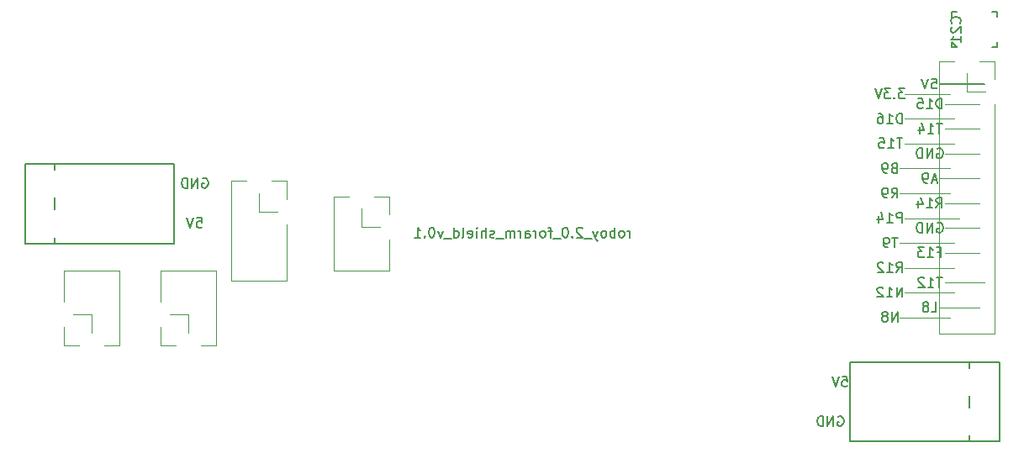
<source format=gbr>
G04 #@! TF.GenerationSoftware,KiCad,Pcbnew,5.1.2-f72e74a~84~ubuntu18.04.1*
G04 #@! TF.CreationDate,2019-08-10T16:00:54+02:00*
G04 #@! TF.ProjectId,roboy_2.0_forarm_shield,726f626f-795f-4322-9e30-5f666f726172,rev?*
G04 #@! TF.SameCoordinates,Original*
G04 #@! TF.FileFunction,Legend,Bot*
G04 #@! TF.FilePolarity,Positive*
%FSLAX46Y46*%
G04 Gerber Fmt 4.6, Leading zero omitted, Abs format (unit mm)*
G04 Created by KiCad (PCBNEW 5.1.2-f72e74a~84~ubuntu18.04.1) date 2019-08-10 16:00:54*
%MOMM*%
%LPD*%
G04 APERTURE LIST*
%ADD10C,0.120000*%
%ADD11C,0.150000*%
G04 APERTURE END LIST*
D10*
X181000000Y-96500000D02*
X186000000Y-96500000D01*
X185000000Y-95500000D02*
X189000000Y-95500000D01*
X181500000Y-94000000D02*
X186500000Y-94000000D01*
X185500000Y-93000000D02*
X189500000Y-93000000D01*
X181500000Y-91500000D02*
X186500000Y-91500000D01*
X185500000Y-90000000D02*
X189000000Y-90000000D01*
X181000000Y-89000000D02*
X186500000Y-89000000D01*
X185500000Y-87500000D02*
X189000000Y-87500000D01*
X181500000Y-86500000D02*
X187000000Y-86500000D01*
X185500000Y-85000000D02*
X189000000Y-85000000D01*
X181000000Y-84000000D02*
X186000000Y-84000000D01*
X185000000Y-82500000D02*
X189000000Y-82500000D01*
X181000000Y-81500000D02*
X186000000Y-81500000D01*
X185500000Y-80000000D02*
X189000000Y-80000000D01*
X181500000Y-79000000D02*
X186500000Y-79000000D01*
X185500000Y-77500000D02*
X189000000Y-77500000D01*
X181500000Y-76500000D02*
X186500000Y-76500000D01*
X185500000Y-75000000D02*
X189000000Y-75000000D01*
X181500000Y-74000000D02*
X186000000Y-74000000D01*
D11*
X185000000Y-73000000D02*
X189500000Y-73000000D01*
X180761904Y-96952380D02*
X180761904Y-95952380D01*
X180190476Y-96952380D01*
X180190476Y-95952380D01*
X179571428Y-96380952D02*
X179666666Y-96333333D01*
X179714285Y-96285714D01*
X179761904Y-96190476D01*
X179761904Y-96142857D01*
X179714285Y-96047619D01*
X179666666Y-96000000D01*
X179571428Y-95952380D01*
X179380952Y-95952380D01*
X179285714Y-96000000D01*
X179238095Y-96047619D01*
X179190476Y-96142857D01*
X179190476Y-96190476D01*
X179238095Y-96285714D01*
X179285714Y-96333333D01*
X179380952Y-96380952D01*
X179571428Y-96380952D01*
X179666666Y-96428571D01*
X179714285Y-96476190D01*
X179761904Y-96571428D01*
X179761904Y-96761904D01*
X179714285Y-96857142D01*
X179666666Y-96904761D01*
X179571428Y-96952380D01*
X179380952Y-96952380D01*
X179285714Y-96904761D01*
X179238095Y-96857142D01*
X179190476Y-96761904D01*
X179190476Y-96571428D01*
X179238095Y-96476190D01*
X179285714Y-96428571D01*
X179380952Y-96380952D01*
X184166666Y-95952380D02*
X184642857Y-95952380D01*
X184642857Y-94952380D01*
X183690476Y-95380952D02*
X183785714Y-95333333D01*
X183833333Y-95285714D01*
X183880952Y-95190476D01*
X183880952Y-95142857D01*
X183833333Y-95047619D01*
X183785714Y-95000000D01*
X183690476Y-94952380D01*
X183500000Y-94952380D01*
X183404761Y-95000000D01*
X183357142Y-95047619D01*
X183309523Y-95142857D01*
X183309523Y-95190476D01*
X183357142Y-95285714D01*
X183404761Y-95333333D01*
X183500000Y-95380952D01*
X183690476Y-95380952D01*
X183785714Y-95428571D01*
X183833333Y-95476190D01*
X183880952Y-95571428D01*
X183880952Y-95761904D01*
X183833333Y-95857142D01*
X183785714Y-95904761D01*
X183690476Y-95952380D01*
X183500000Y-95952380D01*
X183404761Y-95904761D01*
X183357142Y-95857142D01*
X183309523Y-95761904D01*
X183309523Y-95571428D01*
X183357142Y-95476190D01*
X183404761Y-95428571D01*
X183500000Y-95380952D01*
X181238095Y-94452380D02*
X181238095Y-93452380D01*
X180666666Y-94452380D01*
X180666666Y-93452380D01*
X179666666Y-94452380D02*
X180238095Y-94452380D01*
X179952380Y-94452380D02*
X179952380Y-93452380D01*
X180047619Y-93595238D01*
X180142857Y-93690476D01*
X180238095Y-93738095D01*
X179285714Y-93547619D02*
X179238095Y-93500000D01*
X179142857Y-93452380D01*
X178904761Y-93452380D01*
X178809523Y-93500000D01*
X178761904Y-93547619D01*
X178714285Y-93642857D01*
X178714285Y-93738095D01*
X178761904Y-93880952D01*
X179333333Y-94452380D01*
X178714285Y-94452380D01*
X185238095Y-92452380D02*
X184666666Y-92452380D01*
X184952380Y-93452380D02*
X184952380Y-92452380D01*
X183809523Y-93452380D02*
X184380952Y-93452380D01*
X184095238Y-93452380D02*
X184095238Y-92452380D01*
X184190476Y-92595238D01*
X184285714Y-92690476D01*
X184380952Y-92738095D01*
X183428571Y-92547619D02*
X183380952Y-92500000D01*
X183285714Y-92452380D01*
X183047619Y-92452380D01*
X182952380Y-92500000D01*
X182904761Y-92547619D01*
X182857142Y-92642857D01*
X182857142Y-92738095D01*
X182904761Y-92880952D01*
X183476190Y-93452380D01*
X182857142Y-93452380D01*
X180642857Y-91952380D02*
X180976190Y-91476190D01*
X181214285Y-91952380D02*
X181214285Y-90952380D01*
X180833333Y-90952380D01*
X180738095Y-91000000D01*
X180690476Y-91047619D01*
X180642857Y-91142857D01*
X180642857Y-91285714D01*
X180690476Y-91380952D01*
X180738095Y-91428571D01*
X180833333Y-91476190D01*
X181214285Y-91476190D01*
X179690476Y-91952380D02*
X180261904Y-91952380D01*
X179976190Y-91952380D02*
X179976190Y-90952380D01*
X180071428Y-91095238D01*
X180166666Y-91190476D01*
X180261904Y-91238095D01*
X179309523Y-91047619D02*
X179261904Y-91000000D01*
X179166666Y-90952380D01*
X178928571Y-90952380D01*
X178833333Y-91000000D01*
X178785714Y-91047619D01*
X178738095Y-91142857D01*
X178738095Y-91238095D01*
X178785714Y-91380952D01*
X179357142Y-91952380D01*
X178738095Y-91952380D01*
X184809523Y-89928571D02*
X185142857Y-89928571D01*
X185142857Y-90452380D02*
X185142857Y-89452380D01*
X184666666Y-89452380D01*
X183761904Y-90452380D02*
X184333333Y-90452380D01*
X184047619Y-90452380D02*
X184047619Y-89452380D01*
X184142857Y-89595238D01*
X184238095Y-89690476D01*
X184333333Y-89738095D01*
X183428571Y-89452380D02*
X182809523Y-89452380D01*
X183142857Y-89833333D01*
X183000000Y-89833333D01*
X182904761Y-89880952D01*
X182857142Y-89928571D01*
X182809523Y-90023809D01*
X182809523Y-90261904D01*
X182857142Y-90357142D01*
X182904761Y-90404761D01*
X183000000Y-90452380D01*
X183285714Y-90452380D01*
X183380952Y-90404761D01*
X183428571Y-90357142D01*
X180761904Y-88452380D02*
X180190476Y-88452380D01*
X180476190Y-89452380D02*
X180476190Y-88452380D01*
X179809523Y-89452380D02*
X179619047Y-89452380D01*
X179523809Y-89404761D01*
X179476190Y-89357142D01*
X179380952Y-89214285D01*
X179333333Y-89023809D01*
X179333333Y-88642857D01*
X179380952Y-88547619D01*
X179428571Y-88500000D01*
X179523809Y-88452380D01*
X179714285Y-88452380D01*
X179809523Y-88500000D01*
X179857142Y-88547619D01*
X179904761Y-88642857D01*
X179904761Y-88880952D01*
X179857142Y-88976190D01*
X179809523Y-89023809D01*
X179714285Y-89071428D01*
X179523809Y-89071428D01*
X179428571Y-89023809D01*
X179380952Y-88976190D01*
X179333333Y-88880952D01*
X184761904Y-87000000D02*
X184857142Y-86952380D01*
X185000000Y-86952380D01*
X185142857Y-87000000D01*
X185238095Y-87095238D01*
X185285714Y-87190476D01*
X185333333Y-87380952D01*
X185333333Y-87523809D01*
X185285714Y-87714285D01*
X185238095Y-87809523D01*
X185142857Y-87904761D01*
X185000000Y-87952380D01*
X184904761Y-87952380D01*
X184761904Y-87904761D01*
X184714285Y-87857142D01*
X184714285Y-87523809D01*
X184904761Y-87523809D01*
X184285714Y-87952380D02*
X184285714Y-86952380D01*
X183714285Y-87952380D01*
X183714285Y-86952380D01*
X183238095Y-87952380D02*
X183238095Y-86952380D01*
X183000000Y-86952380D01*
X182857142Y-87000000D01*
X182761904Y-87095238D01*
X182714285Y-87190476D01*
X182666666Y-87380952D01*
X182666666Y-87523809D01*
X182714285Y-87714285D01*
X182761904Y-87809523D01*
X182857142Y-87904761D01*
X183000000Y-87952380D01*
X183238095Y-87952380D01*
X181214285Y-86952380D02*
X181214285Y-85952380D01*
X180833333Y-85952380D01*
X180738095Y-86000000D01*
X180690476Y-86047619D01*
X180642857Y-86142857D01*
X180642857Y-86285714D01*
X180690476Y-86380952D01*
X180738095Y-86428571D01*
X180833333Y-86476190D01*
X181214285Y-86476190D01*
X179690476Y-86952380D02*
X180261904Y-86952380D01*
X179976190Y-86952380D02*
X179976190Y-85952380D01*
X180071428Y-86095238D01*
X180166666Y-86190476D01*
X180261904Y-86238095D01*
X178833333Y-86285714D02*
X178833333Y-86952380D01*
X179071428Y-85904761D02*
X179309523Y-86619047D01*
X178690476Y-86619047D01*
X184642857Y-85452380D02*
X184976190Y-84976190D01*
X185214285Y-85452380D02*
X185214285Y-84452380D01*
X184833333Y-84452380D01*
X184738095Y-84500000D01*
X184690476Y-84547619D01*
X184642857Y-84642857D01*
X184642857Y-84785714D01*
X184690476Y-84880952D01*
X184738095Y-84928571D01*
X184833333Y-84976190D01*
X185214285Y-84976190D01*
X183690476Y-85452380D02*
X184261904Y-85452380D01*
X183976190Y-85452380D02*
X183976190Y-84452380D01*
X184071428Y-84595238D01*
X184166666Y-84690476D01*
X184261904Y-84738095D01*
X182833333Y-84785714D02*
X182833333Y-85452380D01*
X183071428Y-84404761D02*
X183309523Y-85119047D01*
X182690476Y-85119047D01*
X180166666Y-84452380D02*
X180500000Y-83976190D01*
X180738095Y-84452380D02*
X180738095Y-83452380D01*
X180357142Y-83452380D01*
X180261904Y-83500000D01*
X180214285Y-83547619D01*
X180166666Y-83642857D01*
X180166666Y-83785714D01*
X180214285Y-83880952D01*
X180261904Y-83928571D01*
X180357142Y-83976190D01*
X180738095Y-83976190D01*
X179690476Y-84452380D02*
X179500000Y-84452380D01*
X179404761Y-84404761D01*
X179357142Y-84357142D01*
X179261904Y-84214285D01*
X179214285Y-84023809D01*
X179214285Y-83642857D01*
X179261904Y-83547619D01*
X179309523Y-83500000D01*
X179404761Y-83452380D01*
X179595238Y-83452380D01*
X179690476Y-83500000D01*
X179738095Y-83547619D01*
X179785714Y-83642857D01*
X179785714Y-83880952D01*
X179738095Y-83976190D01*
X179690476Y-84023809D01*
X179595238Y-84071428D01*
X179404761Y-84071428D01*
X179309523Y-84023809D01*
X179261904Y-83976190D01*
X179214285Y-83880952D01*
X184714285Y-82666666D02*
X184238095Y-82666666D01*
X184809523Y-82952380D02*
X184476190Y-81952380D01*
X184142857Y-82952380D01*
X183761904Y-82952380D02*
X183571428Y-82952380D01*
X183476190Y-82904761D01*
X183428571Y-82857142D01*
X183333333Y-82714285D01*
X183285714Y-82523809D01*
X183285714Y-82142857D01*
X183333333Y-82047619D01*
X183380952Y-82000000D01*
X183476190Y-81952380D01*
X183666666Y-81952380D01*
X183761904Y-82000000D01*
X183809523Y-82047619D01*
X183857142Y-82142857D01*
X183857142Y-82380952D01*
X183809523Y-82476190D01*
X183761904Y-82523809D01*
X183666666Y-82571428D01*
X183476190Y-82571428D01*
X183380952Y-82523809D01*
X183333333Y-82476190D01*
X183285714Y-82380952D01*
X180404761Y-81428571D02*
X180261904Y-81476190D01*
X180214285Y-81523809D01*
X180166666Y-81619047D01*
X180166666Y-81761904D01*
X180214285Y-81857142D01*
X180261904Y-81904761D01*
X180357142Y-81952380D01*
X180738095Y-81952380D01*
X180738095Y-80952380D01*
X180404761Y-80952380D01*
X180309523Y-81000000D01*
X180261904Y-81047619D01*
X180214285Y-81142857D01*
X180214285Y-81238095D01*
X180261904Y-81333333D01*
X180309523Y-81380952D01*
X180404761Y-81428571D01*
X180738095Y-81428571D01*
X179690476Y-81952380D02*
X179500000Y-81952380D01*
X179404761Y-81904761D01*
X179357142Y-81857142D01*
X179261904Y-81714285D01*
X179214285Y-81523809D01*
X179214285Y-81142857D01*
X179261904Y-81047619D01*
X179309523Y-81000000D01*
X179404761Y-80952380D01*
X179595238Y-80952380D01*
X179690476Y-81000000D01*
X179738095Y-81047619D01*
X179785714Y-81142857D01*
X179785714Y-81380952D01*
X179738095Y-81476190D01*
X179690476Y-81523809D01*
X179595238Y-81571428D01*
X179404761Y-81571428D01*
X179309523Y-81523809D01*
X179261904Y-81476190D01*
X179214285Y-81380952D01*
X184761904Y-79500000D02*
X184857142Y-79452380D01*
X185000000Y-79452380D01*
X185142857Y-79500000D01*
X185238095Y-79595238D01*
X185285714Y-79690476D01*
X185333333Y-79880952D01*
X185333333Y-80023809D01*
X185285714Y-80214285D01*
X185238095Y-80309523D01*
X185142857Y-80404761D01*
X185000000Y-80452380D01*
X184904761Y-80452380D01*
X184761904Y-80404761D01*
X184714285Y-80357142D01*
X184714285Y-80023809D01*
X184904761Y-80023809D01*
X184285714Y-80452380D02*
X184285714Y-79452380D01*
X183714285Y-80452380D01*
X183714285Y-79452380D01*
X183238095Y-80452380D02*
X183238095Y-79452380D01*
X183000000Y-79452380D01*
X182857142Y-79500000D01*
X182761904Y-79595238D01*
X182714285Y-79690476D01*
X182666666Y-79880952D01*
X182666666Y-80023809D01*
X182714285Y-80214285D01*
X182761904Y-80309523D01*
X182857142Y-80404761D01*
X183000000Y-80452380D01*
X183238095Y-80452380D01*
X181238095Y-78452380D02*
X180666666Y-78452380D01*
X180952380Y-79452380D02*
X180952380Y-78452380D01*
X179809523Y-79452380D02*
X180380952Y-79452380D01*
X180095238Y-79452380D02*
X180095238Y-78452380D01*
X180190476Y-78595238D01*
X180285714Y-78690476D01*
X180380952Y-78738095D01*
X178904761Y-78452380D02*
X179380952Y-78452380D01*
X179428571Y-78928571D01*
X179380952Y-78880952D01*
X179285714Y-78833333D01*
X179047619Y-78833333D01*
X178952380Y-78880952D01*
X178904761Y-78928571D01*
X178857142Y-79023809D01*
X178857142Y-79261904D01*
X178904761Y-79357142D01*
X178952380Y-79404761D01*
X179047619Y-79452380D01*
X179285714Y-79452380D01*
X179380952Y-79404761D01*
X179428571Y-79357142D01*
X185238095Y-76952380D02*
X184666666Y-76952380D01*
X184952380Y-77952380D02*
X184952380Y-76952380D01*
X183809523Y-77952380D02*
X184380952Y-77952380D01*
X184095238Y-77952380D02*
X184095238Y-76952380D01*
X184190476Y-77095238D01*
X184285714Y-77190476D01*
X184380952Y-77238095D01*
X182952380Y-77285714D02*
X182952380Y-77952380D01*
X183190476Y-76904761D02*
X183428571Y-77619047D01*
X182809523Y-77619047D01*
X181214285Y-76952380D02*
X181214285Y-75952380D01*
X180976190Y-75952380D01*
X180833333Y-76000000D01*
X180738095Y-76095238D01*
X180690476Y-76190476D01*
X180642857Y-76380952D01*
X180642857Y-76523809D01*
X180690476Y-76714285D01*
X180738095Y-76809523D01*
X180833333Y-76904761D01*
X180976190Y-76952380D01*
X181214285Y-76952380D01*
X179690476Y-76952380D02*
X180261904Y-76952380D01*
X179976190Y-76952380D02*
X179976190Y-75952380D01*
X180071428Y-76095238D01*
X180166666Y-76190476D01*
X180261904Y-76238095D01*
X178833333Y-75952380D02*
X179023809Y-75952380D01*
X179119047Y-76000000D01*
X179166666Y-76047619D01*
X179261904Y-76190476D01*
X179309523Y-76380952D01*
X179309523Y-76761904D01*
X179261904Y-76857142D01*
X179214285Y-76904761D01*
X179119047Y-76952380D01*
X178928571Y-76952380D01*
X178833333Y-76904761D01*
X178785714Y-76857142D01*
X178738095Y-76761904D01*
X178738095Y-76523809D01*
X178785714Y-76428571D01*
X178833333Y-76380952D01*
X178928571Y-76333333D01*
X179119047Y-76333333D01*
X179214285Y-76380952D01*
X179261904Y-76428571D01*
X179309523Y-76523809D01*
X185214285Y-75452380D02*
X185214285Y-74452380D01*
X184976190Y-74452380D01*
X184833333Y-74500000D01*
X184738095Y-74595238D01*
X184690476Y-74690476D01*
X184642857Y-74880952D01*
X184642857Y-75023809D01*
X184690476Y-75214285D01*
X184738095Y-75309523D01*
X184833333Y-75404761D01*
X184976190Y-75452380D01*
X185214285Y-75452380D01*
X183690476Y-75452380D02*
X184261904Y-75452380D01*
X183976190Y-75452380D02*
X183976190Y-74452380D01*
X184071428Y-74595238D01*
X184166666Y-74690476D01*
X184261904Y-74738095D01*
X182785714Y-74452380D02*
X183261904Y-74452380D01*
X183309523Y-74928571D01*
X183261904Y-74880952D01*
X183166666Y-74833333D01*
X182928571Y-74833333D01*
X182833333Y-74880952D01*
X182785714Y-74928571D01*
X182738095Y-75023809D01*
X182738095Y-75261904D01*
X182785714Y-75357142D01*
X182833333Y-75404761D01*
X182928571Y-75452380D01*
X183166666Y-75452380D01*
X183261904Y-75404761D01*
X183309523Y-75357142D01*
X181476190Y-73452380D02*
X180857142Y-73452380D01*
X181190476Y-73833333D01*
X181047619Y-73833333D01*
X180952380Y-73880952D01*
X180904761Y-73928571D01*
X180857142Y-74023809D01*
X180857142Y-74261904D01*
X180904761Y-74357142D01*
X180952380Y-74404761D01*
X181047619Y-74452380D01*
X181333333Y-74452380D01*
X181428571Y-74404761D01*
X181476190Y-74357142D01*
X180428571Y-74357142D02*
X180380952Y-74404761D01*
X180428571Y-74452380D01*
X180476190Y-74404761D01*
X180428571Y-74357142D01*
X180428571Y-74452380D01*
X180047619Y-73452380D02*
X179428571Y-73452380D01*
X179761904Y-73833333D01*
X179619047Y-73833333D01*
X179523809Y-73880952D01*
X179476190Y-73928571D01*
X179428571Y-74023809D01*
X179428571Y-74261904D01*
X179476190Y-74357142D01*
X179523809Y-74404761D01*
X179619047Y-74452380D01*
X179904761Y-74452380D01*
X180000000Y-74404761D01*
X180047619Y-74357142D01*
X179142857Y-73452380D02*
X178809523Y-74452380D01*
X178476190Y-73452380D01*
X184190476Y-72452380D02*
X184666666Y-72452380D01*
X184714285Y-72928571D01*
X184666666Y-72880952D01*
X184571428Y-72833333D01*
X184333333Y-72833333D01*
X184238095Y-72880952D01*
X184190476Y-72928571D01*
X184142857Y-73023809D01*
X184142857Y-73261904D01*
X184190476Y-73357142D01*
X184238095Y-73404761D01*
X184333333Y-73452380D01*
X184571428Y-73452380D01*
X184666666Y-73404761D01*
X184714285Y-73357142D01*
X183857142Y-72452380D02*
X183523809Y-73452380D01*
X183190476Y-72452380D01*
X110190476Y-86452380D02*
X110666666Y-86452380D01*
X110714285Y-86928571D01*
X110666666Y-86880952D01*
X110571428Y-86833333D01*
X110333333Y-86833333D01*
X110238095Y-86880952D01*
X110190476Y-86928571D01*
X110142857Y-87023809D01*
X110142857Y-87261904D01*
X110190476Y-87357142D01*
X110238095Y-87404761D01*
X110333333Y-87452380D01*
X110571428Y-87452380D01*
X110666666Y-87404761D01*
X110714285Y-87357142D01*
X109857142Y-86452380D02*
X109523809Y-87452380D01*
X109190476Y-86452380D01*
X110761904Y-82500000D02*
X110857142Y-82452380D01*
X111000000Y-82452380D01*
X111142857Y-82500000D01*
X111238095Y-82595238D01*
X111285714Y-82690476D01*
X111333333Y-82880952D01*
X111333333Y-83023809D01*
X111285714Y-83214285D01*
X111238095Y-83309523D01*
X111142857Y-83404761D01*
X111000000Y-83452380D01*
X110904761Y-83452380D01*
X110761904Y-83404761D01*
X110714285Y-83357142D01*
X110714285Y-83023809D01*
X110904761Y-83023809D01*
X110285714Y-83452380D02*
X110285714Y-82452380D01*
X109714285Y-83452380D01*
X109714285Y-82452380D01*
X109238095Y-83452380D02*
X109238095Y-82452380D01*
X109000000Y-82452380D01*
X108857142Y-82500000D01*
X108761904Y-82595238D01*
X108714285Y-82690476D01*
X108666666Y-82880952D01*
X108666666Y-83023809D01*
X108714285Y-83214285D01*
X108761904Y-83309523D01*
X108857142Y-83404761D01*
X109000000Y-83452380D01*
X109238095Y-83452380D01*
X175190476Y-102452380D02*
X175666666Y-102452380D01*
X175714285Y-102928571D01*
X175666666Y-102880952D01*
X175571428Y-102833333D01*
X175333333Y-102833333D01*
X175238095Y-102880952D01*
X175190476Y-102928571D01*
X175142857Y-103023809D01*
X175142857Y-103261904D01*
X175190476Y-103357142D01*
X175238095Y-103404761D01*
X175333333Y-103452380D01*
X175571428Y-103452380D01*
X175666666Y-103404761D01*
X175714285Y-103357142D01*
X174857142Y-102452380D02*
X174523809Y-103452380D01*
X174190476Y-102452380D01*
X174761904Y-106500000D02*
X174857142Y-106452380D01*
X175000000Y-106452380D01*
X175142857Y-106500000D01*
X175238095Y-106595238D01*
X175285714Y-106690476D01*
X175333333Y-106880952D01*
X175333333Y-107023809D01*
X175285714Y-107214285D01*
X175238095Y-107309523D01*
X175142857Y-107404761D01*
X175000000Y-107452380D01*
X174904761Y-107452380D01*
X174761904Y-107404761D01*
X174714285Y-107357142D01*
X174714285Y-107023809D01*
X174904761Y-107023809D01*
X174285714Y-107452380D02*
X174285714Y-106452380D01*
X173714285Y-107452380D01*
X173714285Y-106452380D01*
X173238095Y-107452380D02*
X173238095Y-106452380D01*
X173000000Y-106452380D01*
X172857142Y-106500000D01*
X172761904Y-106595238D01*
X172714285Y-106690476D01*
X172666666Y-106880952D01*
X172666666Y-107023809D01*
X172714285Y-107214285D01*
X172761904Y-107309523D01*
X172857142Y-107404761D01*
X173000000Y-107452380D01*
X173238095Y-107452380D01*
X153809523Y-88452380D02*
X153809523Y-87785714D01*
X153809523Y-87976190D02*
X153761904Y-87880952D01*
X153714285Y-87833333D01*
X153619047Y-87785714D01*
X153523809Y-87785714D01*
X153047619Y-88452380D02*
X153142857Y-88404761D01*
X153190476Y-88357142D01*
X153238095Y-88261904D01*
X153238095Y-87976190D01*
X153190476Y-87880952D01*
X153142857Y-87833333D01*
X153047619Y-87785714D01*
X152904761Y-87785714D01*
X152809523Y-87833333D01*
X152761904Y-87880952D01*
X152714285Y-87976190D01*
X152714285Y-88261904D01*
X152761904Y-88357142D01*
X152809523Y-88404761D01*
X152904761Y-88452380D01*
X153047619Y-88452380D01*
X152285714Y-88452380D02*
X152285714Y-87452380D01*
X152285714Y-87833333D02*
X152190476Y-87785714D01*
X152000000Y-87785714D01*
X151904761Y-87833333D01*
X151857142Y-87880952D01*
X151809523Y-87976190D01*
X151809523Y-88261904D01*
X151857142Y-88357142D01*
X151904761Y-88404761D01*
X152000000Y-88452380D01*
X152190476Y-88452380D01*
X152285714Y-88404761D01*
X151238095Y-88452380D02*
X151333333Y-88404761D01*
X151380952Y-88357142D01*
X151428571Y-88261904D01*
X151428571Y-87976190D01*
X151380952Y-87880952D01*
X151333333Y-87833333D01*
X151238095Y-87785714D01*
X151095238Y-87785714D01*
X151000000Y-87833333D01*
X150952380Y-87880952D01*
X150904761Y-87976190D01*
X150904761Y-88261904D01*
X150952380Y-88357142D01*
X151000000Y-88404761D01*
X151095238Y-88452380D01*
X151238095Y-88452380D01*
X150571428Y-87785714D02*
X150333333Y-88452380D01*
X150095238Y-87785714D02*
X150333333Y-88452380D01*
X150428571Y-88690476D01*
X150476190Y-88738095D01*
X150571428Y-88785714D01*
X149952380Y-88547619D02*
X149190476Y-88547619D01*
X149000000Y-87547619D02*
X148952380Y-87500000D01*
X148857142Y-87452380D01*
X148619047Y-87452380D01*
X148523809Y-87500000D01*
X148476190Y-87547619D01*
X148428571Y-87642857D01*
X148428571Y-87738095D01*
X148476190Y-87880952D01*
X149047619Y-88452380D01*
X148428571Y-88452380D01*
X148000000Y-88357142D02*
X147952380Y-88404761D01*
X148000000Y-88452380D01*
X148047619Y-88404761D01*
X148000000Y-88357142D01*
X148000000Y-88452380D01*
X147333333Y-87452380D02*
X147238095Y-87452380D01*
X147142857Y-87500000D01*
X147095238Y-87547619D01*
X147047619Y-87642857D01*
X147000000Y-87833333D01*
X147000000Y-88071428D01*
X147047619Y-88261904D01*
X147095238Y-88357142D01*
X147142857Y-88404761D01*
X147238095Y-88452380D01*
X147333333Y-88452380D01*
X147428571Y-88404761D01*
X147476190Y-88357142D01*
X147523809Y-88261904D01*
X147571428Y-88071428D01*
X147571428Y-87833333D01*
X147523809Y-87642857D01*
X147476190Y-87547619D01*
X147428571Y-87500000D01*
X147333333Y-87452380D01*
X146809523Y-88547619D02*
X146047619Y-88547619D01*
X145952380Y-87785714D02*
X145571428Y-87785714D01*
X145809523Y-88452380D02*
X145809523Y-87595238D01*
X145761904Y-87500000D01*
X145666666Y-87452380D01*
X145571428Y-87452380D01*
X145095238Y-88452380D02*
X145190476Y-88404761D01*
X145238095Y-88357142D01*
X145285714Y-88261904D01*
X145285714Y-87976190D01*
X145238095Y-87880952D01*
X145190476Y-87833333D01*
X145095238Y-87785714D01*
X144952380Y-87785714D01*
X144857142Y-87833333D01*
X144809523Y-87880952D01*
X144761904Y-87976190D01*
X144761904Y-88261904D01*
X144809523Y-88357142D01*
X144857142Y-88404761D01*
X144952380Y-88452380D01*
X145095238Y-88452380D01*
X144333333Y-88452380D02*
X144333333Y-87785714D01*
X144333333Y-87976190D02*
X144285714Y-87880952D01*
X144238095Y-87833333D01*
X144142857Y-87785714D01*
X144047619Y-87785714D01*
X143285714Y-88452380D02*
X143285714Y-87928571D01*
X143333333Y-87833333D01*
X143428571Y-87785714D01*
X143619047Y-87785714D01*
X143714285Y-87833333D01*
X143285714Y-88404761D02*
X143380952Y-88452380D01*
X143619047Y-88452380D01*
X143714285Y-88404761D01*
X143761904Y-88309523D01*
X143761904Y-88214285D01*
X143714285Y-88119047D01*
X143619047Y-88071428D01*
X143380952Y-88071428D01*
X143285714Y-88023809D01*
X142809523Y-88452380D02*
X142809523Y-87785714D01*
X142809523Y-87976190D02*
X142761904Y-87880952D01*
X142714285Y-87833333D01*
X142619047Y-87785714D01*
X142523809Y-87785714D01*
X142190476Y-88452380D02*
X142190476Y-87785714D01*
X142190476Y-87880952D02*
X142142857Y-87833333D01*
X142047619Y-87785714D01*
X141904761Y-87785714D01*
X141809523Y-87833333D01*
X141761904Y-87928571D01*
X141761904Y-88452380D01*
X141761904Y-87928571D02*
X141714285Y-87833333D01*
X141619047Y-87785714D01*
X141476190Y-87785714D01*
X141380952Y-87833333D01*
X141333333Y-87928571D01*
X141333333Y-88452380D01*
X141095238Y-88547619D02*
X140333333Y-88547619D01*
X140142857Y-88404761D02*
X140047619Y-88452380D01*
X139857142Y-88452380D01*
X139761904Y-88404761D01*
X139714285Y-88309523D01*
X139714285Y-88261904D01*
X139761904Y-88166666D01*
X139857142Y-88119047D01*
X140000000Y-88119047D01*
X140095238Y-88071428D01*
X140142857Y-87976190D01*
X140142857Y-87928571D01*
X140095238Y-87833333D01*
X140000000Y-87785714D01*
X139857142Y-87785714D01*
X139761904Y-87833333D01*
X139285714Y-88452380D02*
X139285714Y-87452380D01*
X138857142Y-88452380D02*
X138857142Y-87928571D01*
X138904761Y-87833333D01*
X139000000Y-87785714D01*
X139142857Y-87785714D01*
X139238095Y-87833333D01*
X139285714Y-87880952D01*
X138380952Y-88452380D02*
X138380952Y-87785714D01*
X138380952Y-87452380D02*
X138428571Y-87500000D01*
X138380952Y-87547619D01*
X138333333Y-87500000D01*
X138380952Y-87452380D01*
X138380952Y-87547619D01*
X137523809Y-88404761D02*
X137619047Y-88452380D01*
X137809523Y-88452380D01*
X137904761Y-88404761D01*
X137952380Y-88309523D01*
X137952380Y-87928571D01*
X137904761Y-87833333D01*
X137809523Y-87785714D01*
X137619047Y-87785714D01*
X137523809Y-87833333D01*
X137476190Y-87928571D01*
X137476190Y-88023809D01*
X137952380Y-88119047D01*
X136904761Y-88452380D02*
X137000000Y-88404761D01*
X137047619Y-88309523D01*
X137047619Y-87452380D01*
X136095238Y-88452380D02*
X136095238Y-87452380D01*
X136095238Y-88404761D02*
X136190476Y-88452380D01*
X136380952Y-88452380D01*
X136476190Y-88404761D01*
X136523809Y-88357142D01*
X136571428Y-88261904D01*
X136571428Y-87976190D01*
X136523809Y-87880952D01*
X136476190Y-87833333D01*
X136380952Y-87785714D01*
X136190476Y-87785714D01*
X136095238Y-87833333D01*
X135857142Y-88547619D02*
X135095238Y-88547619D01*
X134952380Y-87785714D02*
X134714285Y-88452380D01*
X134476190Y-87785714D01*
X133904761Y-87452380D02*
X133809523Y-87452380D01*
X133714285Y-87500000D01*
X133666666Y-87547619D01*
X133619047Y-87642857D01*
X133571428Y-87833333D01*
X133571428Y-88071428D01*
X133619047Y-88261904D01*
X133666666Y-88357142D01*
X133714285Y-88404761D01*
X133809523Y-88452380D01*
X133904761Y-88452380D01*
X134000000Y-88404761D01*
X134047619Y-88357142D01*
X134095238Y-88261904D01*
X134142857Y-88071428D01*
X134142857Y-87833333D01*
X134095238Y-87642857D01*
X134047619Y-87547619D01*
X134000000Y-87500000D01*
X133904761Y-87452380D01*
X133142857Y-88357142D02*
X133095238Y-88404761D01*
X133142857Y-88452380D01*
X133190476Y-88404761D01*
X133142857Y-88357142D01*
X133142857Y-88452380D01*
X132142857Y-88452380D02*
X132714285Y-88452380D01*
X132428571Y-88452380D02*
X132428571Y-87452380D01*
X132523809Y-87595238D01*
X132619047Y-87690476D01*
X132714285Y-87738095D01*
D10*
X129550000Y-88685000D02*
X129550000Y-91800000D01*
X129550000Y-91800000D02*
X123950000Y-91800000D01*
X123950000Y-84300000D02*
X123950000Y-91800000D01*
X125480000Y-84300000D02*
X123950000Y-84300000D01*
X126750000Y-85545000D02*
X126750000Y-87415000D01*
X126750000Y-87415000D02*
X128620000Y-87415000D01*
X129550000Y-86145000D02*
X129550000Y-84300000D01*
X129550000Y-84300000D02*
X128020000Y-84300000D01*
X119230000Y-87140000D02*
X119230000Y-92825000D01*
X119230000Y-92825000D02*
X113630000Y-92825000D01*
X113630000Y-82725000D02*
X113630000Y-92825000D01*
X115160000Y-82725000D02*
X113630000Y-82725000D01*
X116430000Y-84000000D02*
X116430000Y-85870000D01*
X116430000Y-85870000D02*
X118300000Y-85870000D01*
X119230000Y-84600000D02*
X119230000Y-82725000D01*
X119230000Y-82725000D02*
X117700000Y-82725000D01*
X96800000Y-99300000D02*
X98330000Y-99300000D01*
X96800000Y-97455000D02*
X96800000Y-99300000D01*
X99600000Y-96185000D02*
X97730000Y-96185000D01*
X99600000Y-98055000D02*
X99600000Y-96185000D01*
X100870000Y-99300000D02*
X102400000Y-99300000D01*
X102400000Y-99300000D02*
X102400000Y-91800000D01*
X96800000Y-91800000D02*
X102400000Y-91800000D01*
X96800000Y-94915000D02*
X96800000Y-91800000D01*
X106550000Y-94915000D02*
X106550000Y-91800000D01*
X106550000Y-91800000D02*
X112150000Y-91800000D01*
X112150000Y-99300000D02*
X112150000Y-91800000D01*
X110620000Y-99300000D02*
X112150000Y-99300000D01*
X109350000Y-98055000D02*
X109350000Y-96185000D01*
X109350000Y-96185000D02*
X107480000Y-96185000D01*
X106550000Y-97455000D02*
X106550000Y-99300000D01*
X106550000Y-99300000D02*
X108080000Y-99300000D01*
D11*
X95900000Y-89050000D02*
X95900000Y-88450000D01*
X95900000Y-84450000D02*
X95900000Y-85650000D01*
X95900000Y-81050000D02*
X95900000Y-81650000D01*
X92900000Y-89050000D02*
X92900000Y-81050000D01*
X92900000Y-81050000D02*
X107900000Y-81050000D01*
X107900000Y-81050000D02*
X107900000Y-89050000D01*
X107900000Y-89050000D02*
X92900000Y-89050000D01*
D10*
X190530000Y-75040000D02*
X190550000Y-98150000D01*
X190550000Y-98165000D02*
X184950000Y-98165000D01*
X184930000Y-70665000D02*
X184950000Y-98150000D01*
X186460000Y-70665000D02*
X184930000Y-70665000D01*
X187730000Y-71900000D02*
X187730000Y-73770000D01*
X187730000Y-73770000D02*
X189600000Y-73770000D01*
X190530000Y-72500000D02*
X190530000Y-70665000D01*
X190530000Y-70665000D02*
X189000000Y-70665000D01*
D11*
X186200000Y-69300000D02*
X186700000Y-69300000D01*
X186200000Y-68800000D02*
X186200000Y-69300000D01*
X190800000Y-69300000D02*
X190300000Y-69300000D01*
X190800000Y-69300000D02*
X190800000Y-68800000D01*
X190800000Y-65700000D02*
X190800000Y-66200000D01*
X190800000Y-65700000D02*
X190300000Y-65700000D01*
X186200000Y-65700000D02*
X186700000Y-65700000D01*
X186200000Y-65700000D02*
X186200000Y-66200000D01*
X186200000Y-68800000D02*
X186700000Y-69300000D01*
X188000000Y-101000000D02*
X188000000Y-101600000D01*
X188000000Y-105600000D02*
X188000000Y-104400000D01*
X188000000Y-109000000D02*
X188000000Y-108400000D01*
X191000000Y-101000000D02*
X191000000Y-109000000D01*
X191000000Y-109000000D02*
X176000000Y-109000000D01*
X176000000Y-109000000D02*
X176000000Y-101000000D01*
X176000000Y-101000000D02*
X191000000Y-101000000D01*
X187027142Y-66857142D02*
X187074761Y-66809523D01*
X187122380Y-66666666D01*
X187122380Y-66571428D01*
X187074761Y-66428571D01*
X186979523Y-66333333D01*
X186884285Y-66285714D01*
X186693809Y-66238095D01*
X186550952Y-66238095D01*
X186360476Y-66285714D01*
X186265238Y-66333333D01*
X186170000Y-66428571D01*
X186122380Y-66571428D01*
X186122380Y-66666666D01*
X186170000Y-66809523D01*
X186217619Y-66857142D01*
X186217619Y-67238095D02*
X186170000Y-67285714D01*
X186122380Y-67380952D01*
X186122380Y-67619047D01*
X186170000Y-67714285D01*
X186217619Y-67761904D01*
X186312857Y-67809523D01*
X186408095Y-67809523D01*
X186550952Y-67761904D01*
X187122380Y-67190476D01*
X187122380Y-67809523D01*
X187122380Y-68761904D02*
X187122380Y-68190476D01*
X187122380Y-68476190D02*
X186122380Y-68476190D01*
X186265238Y-68380952D01*
X186360476Y-68285714D01*
X186408095Y-68190476D01*
M02*

</source>
